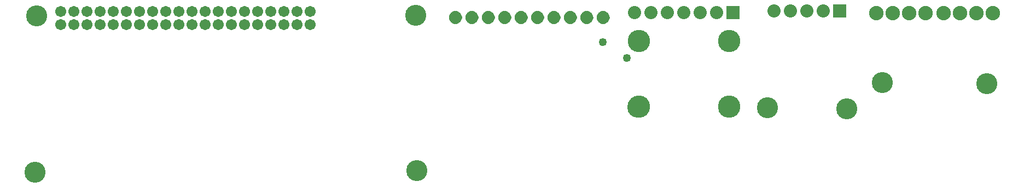
<source format=gts>
G04 MADE WITH FRITZING*
G04 WWW.FRITZING.ORG*
G04 DOUBLE SIDED*
G04 HOLES PLATED*
G04 CONTOUR ON CENTER OF CONTOUR VECTOR*
%ASAXBY*%
%FSLAX23Y23*%
%MOIN*%
%OFA0B0*%
%SFA1.0B1.0*%
%ADD10C,0.067511*%
%ADD11C,0.067533*%
%ADD12C,0.080000*%
%ADD13C,0.088000*%
%ADD14C,0.135984*%
%ADD15C,0.128110*%
%ADD16C,0.049370*%
%ADD17R,0.080000X0.080000*%
%ADD18R,0.001000X0.001000*%
%LNMASK1*%
G90*
G70*
G54D10*
X284Y1030D03*
X364Y1030D03*
X444Y1030D03*
X524Y1030D03*
G54D11*
X604Y1030D03*
G54D10*
X684Y1030D03*
X764Y1030D03*
X844Y1030D03*
X924Y1030D03*
G54D11*
X1004Y1030D03*
G54D10*
X1084Y1030D03*
G54D11*
X1164Y1030D03*
G54D10*
X1244Y1030D03*
X1324Y1030D03*
X1404Y1030D03*
X1484Y1030D03*
G54D11*
X1564Y1030D03*
G54D10*
X1644Y1030D03*
X1724Y1030D03*
X1804Y1030D03*
X1804Y1110D03*
X1724Y1110D03*
X1644Y1110D03*
G54D11*
X1564Y1110D03*
G54D10*
X1484Y1110D03*
X1404Y1110D03*
X1324Y1110D03*
X1244Y1110D03*
G54D11*
X1164Y1110D03*
G54D10*
X1084Y1110D03*
G54D11*
X1004Y1110D03*
G54D10*
X924Y1110D03*
X844Y1110D03*
X764Y1110D03*
X684Y1110D03*
G54D11*
X604Y1110D03*
G54D10*
X524Y1110D03*
X444Y1110D03*
X364Y1110D03*
X284Y1110D03*
G54D12*
X5030Y1115D03*
X4930Y1115D03*
X4830Y1115D03*
X4730Y1115D03*
X4630Y1115D03*
G54D13*
X5962Y1101D03*
X5862Y1101D03*
X5762Y1101D03*
X5662Y1101D03*
X5962Y1101D03*
X5862Y1101D03*
X5762Y1101D03*
X5662Y1101D03*
X5253Y1102D03*
X5353Y1102D03*
X5453Y1102D03*
X5553Y1102D03*
G54D14*
X3805Y930D03*
G54D12*
X4380Y1105D03*
X4280Y1105D03*
X4180Y1105D03*
X4080Y1105D03*
X3980Y1105D03*
X3880Y1105D03*
X3780Y1105D03*
G54D14*
X3805Y530D03*
X4355Y530D03*
X4355Y930D03*
G54D15*
X4590Y523D03*
X5074Y519D03*
X3801Y528D03*
X4354Y528D03*
X3806Y933D03*
X4359Y932D03*
X5291Y676D03*
X5928Y670D03*
X2452Y142D03*
X2447Y1089D03*
X135Y1083D03*
X126Y132D03*
G54D16*
X3732Y828D03*
X3588Y924D03*
G54D17*
X5030Y1115D03*
X4380Y1105D03*
G54D18*
X2682Y1113D02*
X2696Y1113D01*
X2782Y1113D02*
X2796Y1113D01*
X2881Y1113D02*
X2896Y1113D01*
X2981Y1113D02*
X2996Y1113D01*
X3081Y1113D02*
X3096Y1113D01*
X3181Y1113D02*
X3196Y1113D01*
X3281Y1113D02*
X3296Y1113D01*
X3381Y1113D02*
X3396Y1113D01*
X3481Y1113D02*
X3496Y1113D01*
X3581Y1113D02*
X3596Y1113D01*
X2678Y1112D02*
X2699Y1112D01*
X2778Y1112D02*
X2799Y1112D01*
X2878Y1112D02*
X2899Y1112D01*
X2978Y1112D02*
X2999Y1112D01*
X3078Y1112D02*
X3099Y1112D01*
X3178Y1112D02*
X3199Y1112D01*
X3278Y1112D02*
X3299Y1112D01*
X3378Y1112D02*
X3399Y1112D01*
X3478Y1112D02*
X3499Y1112D01*
X3578Y1112D02*
X3599Y1112D01*
X2676Y1111D02*
X2702Y1111D01*
X2776Y1111D02*
X2802Y1111D01*
X2876Y1111D02*
X2901Y1111D01*
X2976Y1111D02*
X3001Y1111D01*
X3076Y1111D02*
X3101Y1111D01*
X3176Y1111D02*
X3201Y1111D01*
X3276Y1111D02*
X3301Y1111D01*
X3376Y1111D02*
X3401Y1111D01*
X3476Y1111D02*
X3501Y1111D01*
X3576Y1111D02*
X3601Y1111D01*
X2673Y1110D02*
X2704Y1110D01*
X2773Y1110D02*
X2804Y1110D01*
X2873Y1110D02*
X2904Y1110D01*
X2973Y1110D02*
X3004Y1110D01*
X3073Y1110D02*
X3104Y1110D01*
X3173Y1110D02*
X3204Y1110D01*
X3273Y1110D02*
X3304Y1110D01*
X3373Y1110D02*
X3404Y1110D01*
X3473Y1110D02*
X3504Y1110D01*
X3573Y1110D02*
X3604Y1110D01*
X2672Y1109D02*
X2706Y1109D01*
X2771Y1109D02*
X2806Y1109D01*
X2871Y1109D02*
X2906Y1109D01*
X2971Y1109D02*
X3006Y1109D01*
X3071Y1109D02*
X3106Y1109D01*
X3171Y1109D02*
X3206Y1109D01*
X3271Y1109D02*
X3306Y1109D01*
X3371Y1109D02*
X3406Y1109D01*
X3471Y1109D02*
X3506Y1109D01*
X3571Y1109D02*
X3606Y1109D01*
X2670Y1108D02*
X2707Y1108D01*
X2770Y1108D02*
X2807Y1108D01*
X2870Y1108D02*
X2907Y1108D01*
X2970Y1108D02*
X3007Y1108D01*
X3070Y1108D02*
X3107Y1108D01*
X3170Y1108D02*
X3207Y1108D01*
X3270Y1108D02*
X3307Y1108D01*
X3370Y1108D02*
X3407Y1108D01*
X3470Y1108D02*
X3507Y1108D01*
X3570Y1108D02*
X3607Y1108D01*
X2668Y1107D02*
X2709Y1107D01*
X2768Y1107D02*
X2809Y1107D01*
X2868Y1107D02*
X2909Y1107D01*
X2968Y1107D02*
X3009Y1107D01*
X3068Y1107D02*
X3109Y1107D01*
X3168Y1107D02*
X3209Y1107D01*
X3268Y1107D02*
X3309Y1107D01*
X3368Y1107D02*
X3409Y1107D01*
X3468Y1107D02*
X3509Y1107D01*
X3568Y1107D02*
X3609Y1107D01*
X2667Y1106D02*
X2710Y1106D01*
X2767Y1106D02*
X2810Y1106D01*
X2867Y1106D02*
X2910Y1106D01*
X2967Y1106D02*
X3010Y1106D01*
X3067Y1106D02*
X3110Y1106D01*
X3167Y1106D02*
X3210Y1106D01*
X3267Y1106D02*
X3310Y1106D01*
X3367Y1106D02*
X3410Y1106D01*
X3467Y1106D02*
X3510Y1106D01*
X3567Y1106D02*
X3610Y1106D01*
X2666Y1105D02*
X2712Y1105D01*
X2766Y1105D02*
X2812Y1105D01*
X2866Y1105D02*
X2911Y1105D01*
X2966Y1105D02*
X3011Y1105D01*
X3066Y1105D02*
X3111Y1105D01*
X3166Y1105D02*
X3211Y1105D01*
X3266Y1105D02*
X3311Y1105D01*
X3366Y1105D02*
X3411Y1105D01*
X3466Y1105D02*
X3511Y1105D01*
X3565Y1105D02*
X3611Y1105D01*
X2664Y1104D02*
X2713Y1104D01*
X2764Y1104D02*
X2813Y1104D01*
X2864Y1104D02*
X2913Y1104D01*
X2964Y1104D02*
X3013Y1104D01*
X3064Y1104D02*
X3113Y1104D01*
X3164Y1104D02*
X3213Y1104D01*
X3264Y1104D02*
X3313Y1104D01*
X3364Y1104D02*
X3413Y1104D01*
X3464Y1104D02*
X3513Y1104D01*
X3564Y1104D02*
X3613Y1104D01*
X2663Y1103D02*
X2714Y1103D01*
X2763Y1103D02*
X2814Y1103D01*
X2863Y1103D02*
X2914Y1103D01*
X2963Y1103D02*
X3014Y1103D01*
X3063Y1103D02*
X3114Y1103D01*
X3163Y1103D02*
X3214Y1103D01*
X3263Y1103D02*
X3314Y1103D01*
X3363Y1103D02*
X3414Y1103D01*
X3463Y1103D02*
X3514Y1103D01*
X3563Y1103D02*
X3614Y1103D01*
X2662Y1102D02*
X2715Y1102D01*
X2762Y1102D02*
X2815Y1102D01*
X2862Y1102D02*
X2915Y1102D01*
X2962Y1102D02*
X3015Y1102D01*
X3062Y1102D02*
X3115Y1102D01*
X3162Y1102D02*
X3215Y1102D01*
X3262Y1102D02*
X3315Y1102D01*
X3362Y1102D02*
X3415Y1102D01*
X3462Y1102D02*
X3515Y1102D01*
X3562Y1102D02*
X3615Y1102D01*
X2661Y1101D02*
X2716Y1101D01*
X2761Y1101D02*
X2816Y1101D01*
X2861Y1101D02*
X2916Y1101D01*
X2961Y1101D02*
X3016Y1101D01*
X3061Y1101D02*
X3116Y1101D01*
X3161Y1101D02*
X3216Y1101D01*
X3261Y1101D02*
X3316Y1101D01*
X3361Y1101D02*
X3416Y1101D01*
X3461Y1101D02*
X3516Y1101D01*
X3561Y1101D02*
X3616Y1101D01*
X2660Y1100D02*
X2717Y1100D01*
X2760Y1100D02*
X2817Y1100D01*
X2860Y1100D02*
X2917Y1100D01*
X2960Y1100D02*
X3017Y1100D01*
X3060Y1100D02*
X3117Y1100D01*
X3160Y1100D02*
X3217Y1100D01*
X3260Y1100D02*
X3317Y1100D01*
X3360Y1100D02*
X3417Y1100D01*
X3460Y1100D02*
X3517Y1100D01*
X3560Y1100D02*
X3617Y1100D01*
X2659Y1099D02*
X2718Y1099D01*
X2759Y1099D02*
X2818Y1099D01*
X2859Y1099D02*
X2918Y1099D01*
X2959Y1099D02*
X3018Y1099D01*
X3059Y1099D02*
X3118Y1099D01*
X3159Y1099D02*
X3218Y1099D01*
X3259Y1099D02*
X3318Y1099D01*
X3359Y1099D02*
X3418Y1099D01*
X3459Y1099D02*
X3518Y1099D01*
X3559Y1099D02*
X3618Y1099D01*
X2658Y1098D02*
X2719Y1098D01*
X2758Y1098D02*
X2819Y1098D01*
X2858Y1098D02*
X2919Y1098D01*
X2958Y1098D02*
X3019Y1098D01*
X3058Y1098D02*
X3119Y1098D01*
X3158Y1098D02*
X3219Y1098D01*
X3258Y1098D02*
X3319Y1098D01*
X3358Y1098D02*
X3419Y1098D01*
X3458Y1098D02*
X3519Y1098D01*
X3558Y1098D02*
X3619Y1098D01*
X2658Y1097D02*
X2719Y1097D01*
X2758Y1097D02*
X2819Y1097D01*
X2858Y1097D02*
X2919Y1097D01*
X2958Y1097D02*
X3019Y1097D01*
X3058Y1097D02*
X3119Y1097D01*
X3158Y1097D02*
X3219Y1097D01*
X3258Y1097D02*
X3319Y1097D01*
X3358Y1097D02*
X3419Y1097D01*
X3458Y1097D02*
X3519Y1097D01*
X3558Y1097D02*
X3619Y1097D01*
X2657Y1096D02*
X2720Y1096D01*
X2757Y1096D02*
X2820Y1096D01*
X2857Y1096D02*
X2920Y1096D01*
X2957Y1096D02*
X3020Y1096D01*
X3057Y1096D02*
X3120Y1096D01*
X3157Y1096D02*
X3220Y1096D01*
X3257Y1096D02*
X3320Y1096D01*
X3357Y1096D02*
X3420Y1096D01*
X3457Y1096D02*
X3520Y1096D01*
X3557Y1096D02*
X3620Y1096D01*
X2656Y1095D02*
X2721Y1095D01*
X2756Y1095D02*
X2821Y1095D01*
X2856Y1095D02*
X2921Y1095D01*
X2956Y1095D02*
X3021Y1095D01*
X3056Y1095D02*
X3121Y1095D01*
X3156Y1095D02*
X3221Y1095D01*
X3256Y1095D02*
X3321Y1095D01*
X3356Y1095D02*
X3421Y1095D01*
X3456Y1095D02*
X3521Y1095D01*
X3556Y1095D02*
X3621Y1095D01*
X2656Y1094D02*
X2722Y1094D01*
X2756Y1094D02*
X2822Y1094D01*
X2856Y1094D02*
X2922Y1094D01*
X2956Y1094D02*
X3022Y1094D01*
X3056Y1094D02*
X3122Y1094D01*
X3155Y1094D02*
X3222Y1094D01*
X3255Y1094D02*
X3322Y1094D01*
X3355Y1094D02*
X3421Y1094D01*
X3455Y1094D02*
X3521Y1094D01*
X3555Y1094D02*
X3621Y1094D01*
X2655Y1093D02*
X2722Y1093D01*
X2755Y1093D02*
X2822Y1093D01*
X2855Y1093D02*
X2922Y1093D01*
X2955Y1093D02*
X3022Y1093D01*
X3055Y1093D02*
X3122Y1093D01*
X3155Y1093D02*
X3222Y1093D01*
X3255Y1093D02*
X3322Y1093D01*
X3355Y1093D02*
X3422Y1093D01*
X3455Y1093D02*
X3522Y1093D01*
X3555Y1093D02*
X3622Y1093D01*
X2654Y1092D02*
X2723Y1092D01*
X2754Y1092D02*
X2823Y1092D01*
X2854Y1092D02*
X2923Y1092D01*
X2954Y1092D02*
X3023Y1092D01*
X3054Y1092D02*
X3123Y1092D01*
X3154Y1092D02*
X3223Y1092D01*
X3254Y1092D02*
X3323Y1092D01*
X3354Y1092D02*
X3423Y1092D01*
X3454Y1092D02*
X3523Y1092D01*
X3554Y1092D02*
X3623Y1092D01*
X2654Y1091D02*
X2723Y1091D01*
X2754Y1091D02*
X2823Y1091D01*
X2854Y1091D02*
X2923Y1091D01*
X2954Y1091D02*
X3023Y1091D01*
X3054Y1091D02*
X3123Y1091D01*
X3154Y1091D02*
X3223Y1091D01*
X3254Y1091D02*
X3323Y1091D01*
X3354Y1091D02*
X3423Y1091D01*
X3454Y1091D02*
X3523Y1091D01*
X3554Y1091D02*
X3623Y1091D01*
X2653Y1090D02*
X2724Y1090D01*
X2753Y1090D02*
X2824Y1090D01*
X2853Y1090D02*
X2924Y1090D01*
X2953Y1090D02*
X3024Y1090D01*
X3053Y1090D02*
X3124Y1090D01*
X3153Y1090D02*
X3224Y1090D01*
X3253Y1090D02*
X3324Y1090D01*
X3353Y1090D02*
X3424Y1090D01*
X3453Y1090D02*
X3524Y1090D01*
X3553Y1090D02*
X3624Y1090D01*
X2653Y1089D02*
X2724Y1089D01*
X2753Y1089D02*
X2824Y1089D01*
X2853Y1089D02*
X2924Y1089D01*
X2953Y1089D02*
X3024Y1089D01*
X3053Y1089D02*
X3124Y1089D01*
X3153Y1089D02*
X3224Y1089D01*
X3253Y1089D02*
X3324Y1089D01*
X3353Y1089D02*
X3424Y1089D01*
X3453Y1089D02*
X3524Y1089D01*
X3553Y1089D02*
X3624Y1089D01*
X2652Y1088D02*
X2725Y1088D01*
X2752Y1088D02*
X2825Y1088D01*
X2852Y1088D02*
X2925Y1088D01*
X2952Y1088D02*
X3025Y1088D01*
X3052Y1088D02*
X3125Y1088D01*
X3152Y1088D02*
X3225Y1088D01*
X3252Y1088D02*
X3325Y1088D01*
X3352Y1088D02*
X3425Y1088D01*
X3452Y1088D02*
X3525Y1088D01*
X3552Y1088D02*
X3625Y1088D01*
X2652Y1087D02*
X2725Y1087D01*
X2752Y1087D02*
X2825Y1087D01*
X2852Y1087D02*
X2925Y1087D01*
X2952Y1087D02*
X3025Y1087D01*
X3052Y1087D02*
X3125Y1087D01*
X3152Y1087D02*
X3225Y1087D01*
X3252Y1087D02*
X3325Y1087D01*
X3352Y1087D02*
X3425Y1087D01*
X3452Y1087D02*
X3525Y1087D01*
X3552Y1087D02*
X3625Y1087D01*
X2651Y1086D02*
X2726Y1086D01*
X2751Y1086D02*
X2826Y1086D01*
X2851Y1086D02*
X2926Y1086D01*
X2951Y1086D02*
X3026Y1086D01*
X3051Y1086D02*
X3126Y1086D01*
X3151Y1086D02*
X3226Y1086D01*
X3251Y1086D02*
X3326Y1086D01*
X3351Y1086D02*
X3426Y1086D01*
X3451Y1086D02*
X3526Y1086D01*
X3551Y1086D02*
X3626Y1086D01*
X2651Y1085D02*
X2726Y1085D01*
X2751Y1085D02*
X2826Y1085D01*
X2851Y1085D02*
X2926Y1085D01*
X2951Y1085D02*
X3026Y1085D01*
X3051Y1085D02*
X3126Y1085D01*
X3151Y1085D02*
X3226Y1085D01*
X3251Y1085D02*
X3326Y1085D01*
X3351Y1085D02*
X3426Y1085D01*
X3451Y1085D02*
X3526Y1085D01*
X3551Y1085D02*
X3626Y1085D01*
X2651Y1084D02*
X2726Y1084D01*
X2751Y1084D02*
X2826Y1084D01*
X2851Y1084D02*
X2926Y1084D01*
X2951Y1084D02*
X3026Y1084D01*
X3051Y1084D02*
X3126Y1084D01*
X3151Y1084D02*
X3226Y1084D01*
X3251Y1084D02*
X3326Y1084D01*
X3351Y1084D02*
X3426Y1084D01*
X3451Y1084D02*
X3526Y1084D01*
X3551Y1084D02*
X3626Y1084D01*
X2650Y1083D02*
X2727Y1083D01*
X2750Y1083D02*
X2827Y1083D01*
X2850Y1083D02*
X2927Y1083D01*
X2950Y1083D02*
X3027Y1083D01*
X3050Y1083D02*
X3127Y1083D01*
X3150Y1083D02*
X3227Y1083D01*
X3250Y1083D02*
X3327Y1083D01*
X3350Y1083D02*
X3427Y1083D01*
X3450Y1083D02*
X3527Y1083D01*
X3550Y1083D02*
X3627Y1083D01*
X2650Y1082D02*
X2727Y1082D01*
X2750Y1082D02*
X2827Y1082D01*
X2850Y1082D02*
X2927Y1082D01*
X2950Y1082D02*
X3027Y1082D01*
X3050Y1082D02*
X3127Y1082D01*
X3150Y1082D02*
X3227Y1082D01*
X3250Y1082D02*
X3327Y1082D01*
X3350Y1082D02*
X3427Y1082D01*
X3450Y1082D02*
X3527Y1082D01*
X3550Y1082D02*
X3627Y1082D01*
X2650Y1081D02*
X2727Y1081D01*
X2750Y1081D02*
X2827Y1081D01*
X2850Y1081D02*
X2927Y1081D01*
X2950Y1081D02*
X3027Y1081D01*
X3050Y1081D02*
X3127Y1081D01*
X3150Y1081D02*
X3227Y1081D01*
X3250Y1081D02*
X3327Y1081D01*
X3350Y1081D02*
X3427Y1081D01*
X3450Y1081D02*
X3527Y1081D01*
X3550Y1081D02*
X3627Y1081D01*
X2650Y1080D02*
X2727Y1080D01*
X2750Y1080D02*
X2827Y1080D01*
X2850Y1080D02*
X2927Y1080D01*
X2950Y1080D02*
X3027Y1080D01*
X3050Y1080D02*
X3127Y1080D01*
X3150Y1080D02*
X3227Y1080D01*
X3250Y1080D02*
X3327Y1080D01*
X3350Y1080D02*
X3427Y1080D01*
X3450Y1080D02*
X3527Y1080D01*
X3550Y1080D02*
X3627Y1080D01*
X2650Y1079D02*
X2728Y1079D01*
X2750Y1079D02*
X2828Y1079D01*
X2850Y1079D02*
X2928Y1079D01*
X2949Y1079D02*
X3028Y1079D01*
X3049Y1079D02*
X3128Y1079D01*
X3149Y1079D02*
X3228Y1079D01*
X3249Y1079D02*
X3328Y1079D01*
X3349Y1079D02*
X3428Y1079D01*
X3449Y1079D02*
X3527Y1079D01*
X3549Y1079D02*
X3627Y1079D01*
X2649Y1078D02*
X2728Y1078D01*
X2749Y1078D02*
X2828Y1078D01*
X2849Y1078D02*
X2928Y1078D01*
X2949Y1078D02*
X3028Y1078D01*
X3049Y1078D02*
X3128Y1078D01*
X3149Y1078D02*
X3228Y1078D01*
X3249Y1078D02*
X3328Y1078D01*
X3349Y1078D02*
X3428Y1078D01*
X3449Y1078D02*
X3528Y1078D01*
X3549Y1078D02*
X3628Y1078D01*
X2649Y1077D02*
X2728Y1077D01*
X2749Y1077D02*
X2828Y1077D01*
X2849Y1077D02*
X2928Y1077D01*
X2949Y1077D02*
X3028Y1077D01*
X3049Y1077D02*
X3128Y1077D01*
X3149Y1077D02*
X3228Y1077D01*
X3249Y1077D02*
X3328Y1077D01*
X3349Y1077D02*
X3428Y1077D01*
X3449Y1077D02*
X3528Y1077D01*
X3549Y1077D02*
X3628Y1077D01*
X2649Y1076D02*
X2728Y1076D01*
X2749Y1076D02*
X2828Y1076D01*
X2849Y1076D02*
X2928Y1076D01*
X2949Y1076D02*
X3028Y1076D01*
X3049Y1076D02*
X3128Y1076D01*
X3149Y1076D02*
X3228Y1076D01*
X3249Y1076D02*
X3328Y1076D01*
X3349Y1076D02*
X3428Y1076D01*
X3449Y1076D02*
X3528Y1076D01*
X3549Y1076D02*
X3628Y1076D01*
X2649Y1075D02*
X2728Y1075D01*
X2749Y1075D02*
X2828Y1075D01*
X2849Y1075D02*
X2928Y1075D01*
X2949Y1075D02*
X3028Y1075D01*
X3049Y1075D02*
X3128Y1075D01*
X3149Y1075D02*
X3228Y1075D01*
X3249Y1075D02*
X3328Y1075D01*
X3349Y1075D02*
X3428Y1075D01*
X3449Y1075D02*
X3528Y1075D01*
X3549Y1075D02*
X3628Y1075D01*
X2649Y1074D02*
X2728Y1074D01*
X2749Y1074D02*
X2828Y1074D01*
X2849Y1074D02*
X2928Y1074D01*
X2949Y1074D02*
X3028Y1074D01*
X3049Y1074D02*
X3128Y1074D01*
X3149Y1074D02*
X3228Y1074D01*
X3249Y1074D02*
X3328Y1074D01*
X3349Y1074D02*
X3428Y1074D01*
X3449Y1074D02*
X3528Y1074D01*
X3549Y1074D02*
X3628Y1074D01*
X2649Y1073D02*
X2728Y1073D01*
X2749Y1073D02*
X2828Y1073D01*
X2849Y1073D02*
X2928Y1073D01*
X2949Y1073D02*
X3028Y1073D01*
X3049Y1073D02*
X3128Y1073D01*
X3149Y1073D02*
X3228Y1073D01*
X3249Y1073D02*
X3328Y1073D01*
X3349Y1073D02*
X3428Y1073D01*
X3449Y1073D02*
X3528Y1073D01*
X3549Y1073D02*
X3628Y1073D01*
X2649Y1072D02*
X2728Y1072D01*
X2749Y1072D02*
X2828Y1072D01*
X2849Y1072D02*
X2928Y1072D01*
X2949Y1072D02*
X3028Y1072D01*
X3049Y1072D02*
X3128Y1072D01*
X3149Y1072D02*
X3228Y1072D01*
X3249Y1072D02*
X3328Y1072D01*
X3349Y1072D02*
X3428Y1072D01*
X3449Y1072D02*
X3528Y1072D01*
X3549Y1072D02*
X3628Y1072D01*
X2649Y1071D02*
X2728Y1071D01*
X2749Y1071D02*
X2828Y1071D01*
X2849Y1071D02*
X2928Y1071D01*
X2949Y1071D02*
X3028Y1071D01*
X3049Y1071D02*
X3128Y1071D01*
X3149Y1071D02*
X3228Y1071D01*
X3249Y1071D02*
X3328Y1071D01*
X3349Y1071D02*
X3428Y1071D01*
X3449Y1071D02*
X3528Y1071D01*
X3549Y1071D02*
X3628Y1071D01*
X2649Y1070D02*
X2728Y1070D01*
X2749Y1070D02*
X2828Y1070D01*
X2849Y1070D02*
X2928Y1070D01*
X2949Y1070D02*
X3028Y1070D01*
X3049Y1070D02*
X3128Y1070D01*
X3149Y1070D02*
X3228Y1070D01*
X3249Y1070D02*
X3328Y1070D01*
X3349Y1070D02*
X3428Y1070D01*
X3449Y1070D02*
X3528Y1070D01*
X3549Y1070D02*
X3628Y1070D01*
X2650Y1069D02*
X2728Y1069D01*
X2749Y1069D02*
X2828Y1069D01*
X2849Y1069D02*
X2928Y1069D01*
X2949Y1069D02*
X3028Y1069D01*
X3049Y1069D02*
X3128Y1069D01*
X3149Y1069D02*
X3228Y1069D01*
X3249Y1069D02*
X3328Y1069D01*
X3349Y1069D02*
X3428Y1069D01*
X3449Y1069D02*
X3528Y1069D01*
X3549Y1069D02*
X3628Y1069D01*
X2650Y1068D02*
X2727Y1068D01*
X2750Y1068D02*
X2827Y1068D01*
X2850Y1068D02*
X2927Y1068D01*
X2950Y1068D02*
X3027Y1068D01*
X3050Y1068D02*
X3127Y1068D01*
X3150Y1068D02*
X3227Y1068D01*
X3250Y1068D02*
X3327Y1068D01*
X3350Y1068D02*
X3427Y1068D01*
X3450Y1068D02*
X3527Y1068D01*
X3550Y1068D02*
X3627Y1068D01*
X2650Y1067D02*
X2727Y1067D01*
X2750Y1067D02*
X2827Y1067D01*
X2850Y1067D02*
X2927Y1067D01*
X2950Y1067D02*
X3027Y1067D01*
X3050Y1067D02*
X3127Y1067D01*
X3150Y1067D02*
X3227Y1067D01*
X3250Y1067D02*
X3327Y1067D01*
X3350Y1067D02*
X3427Y1067D01*
X3450Y1067D02*
X3527Y1067D01*
X3550Y1067D02*
X3627Y1067D01*
X2650Y1066D02*
X2727Y1066D01*
X2750Y1066D02*
X2827Y1066D01*
X2850Y1066D02*
X2927Y1066D01*
X2950Y1066D02*
X3027Y1066D01*
X3050Y1066D02*
X3127Y1066D01*
X3150Y1066D02*
X3227Y1066D01*
X3250Y1066D02*
X3327Y1066D01*
X3350Y1066D02*
X3427Y1066D01*
X3450Y1066D02*
X3527Y1066D01*
X3550Y1066D02*
X3627Y1066D01*
X2650Y1065D02*
X2727Y1065D01*
X2750Y1065D02*
X2827Y1065D01*
X2850Y1065D02*
X2927Y1065D01*
X2950Y1065D02*
X3027Y1065D01*
X3050Y1065D02*
X3127Y1065D01*
X3150Y1065D02*
X3227Y1065D01*
X3250Y1065D02*
X3327Y1065D01*
X3350Y1065D02*
X3427Y1065D01*
X3450Y1065D02*
X3527Y1065D01*
X3550Y1065D02*
X3627Y1065D01*
X2651Y1064D02*
X2726Y1064D01*
X2751Y1064D02*
X2826Y1064D01*
X2851Y1064D02*
X2926Y1064D01*
X2951Y1064D02*
X3026Y1064D01*
X3051Y1064D02*
X3126Y1064D01*
X3151Y1064D02*
X3226Y1064D01*
X3251Y1064D02*
X3326Y1064D01*
X3351Y1064D02*
X3426Y1064D01*
X3451Y1064D02*
X3526Y1064D01*
X3551Y1064D02*
X3626Y1064D01*
X2651Y1063D02*
X2726Y1063D01*
X2751Y1063D02*
X2826Y1063D01*
X2851Y1063D02*
X2926Y1063D01*
X2951Y1063D02*
X3026Y1063D01*
X3051Y1063D02*
X3126Y1063D01*
X3151Y1063D02*
X3226Y1063D01*
X3251Y1063D02*
X3326Y1063D01*
X3351Y1063D02*
X3426Y1063D01*
X3451Y1063D02*
X3526Y1063D01*
X3551Y1063D02*
X3626Y1063D01*
X2651Y1062D02*
X2726Y1062D01*
X2751Y1062D02*
X2826Y1062D01*
X2851Y1062D02*
X2926Y1062D01*
X2951Y1062D02*
X3026Y1062D01*
X3051Y1062D02*
X3126Y1062D01*
X3151Y1062D02*
X3226Y1062D01*
X3251Y1062D02*
X3326Y1062D01*
X3351Y1062D02*
X3426Y1062D01*
X3451Y1062D02*
X3526Y1062D01*
X3551Y1062D02*
X3626Y1062D01*
X2652Y1061D02*
X2725Y1061D01*
X2752Y1061D02*
X2825Y1061D01*
X2852Y1061D02*
X2925Y1061D01*
X2952Y1061D02*
X3025Y1061D01*
X3052Y1061D02*
X3125Y1061D01*
X3152Y1061D02*
X3225Y1061D01*
X3252Y1061D02*
X3325Y1061D01*
X3352Y1061D02*
X3425Y1061D01*
X3452Y1061D02*
X3525Y1061D01*
X3552Y1061D02*
X3625Y1061D01*
X2652Y1060D02*
X2725Y1060D01*
X2752Y1060D02*
X2825Y1060D01*
X2852Y1060D02*
X2925Y1060D01*
X2952Y1060D02*
X3025Y1060D01*
X3052Y1060D02*
X3125Y1060D01*
X3152Y1060D02*
X3225Y1060D01*
X3252Y1060D02*
X3325Y1060D01*
X3352Y1060D02*
X3425Y1060D01*
X3452Y1060D02*
X3525Y1060D01*
X3552Y1060D02*
X3625Y1060D01*
X2653Y1059D02*
X2724Y1059D01*
X2753Y1059D02*
X2824Y1059D01*
X2853Y1059D02*
X2924Y1059D01*
X2953Y1059D02*
X3024Y1059D01*
X3053Y1059D02*
X3124Y1059D01*
X3153Y1059D02*
X3224Y1059D01*
X3253Y1059D02*
X3324Y1059D01*
X3353Y1059D02*
X3424Y1059D01*
X3453Y1059D02*
X3524Y1059D01*
X3553Y1059D02*
X3624Y1059D01*
X2653Y1058D02*
X2724Y1058D01*
X2753Y1058D02*
X2824Y1058D01*
X2853Y1058D02*
X2924Y1058D01*
X2953Y1058D02*
X3024Y1058D01*
X3053Y1058D02*
X3124Y1058D01*
X3153Y1058D02*
X3224Y1058D01*
X3253Y1058D02*
X3324Y1058D01*
X3353Y1058D02*
X3424Y1058D01*
X3453Y1058D02*
X3524Y1058D01*
X3553Y1058D02*
X3624Y1058D01*
X2654Y1057D02*
X2723Y1057D01*
X2754Y1057D02*
X2823Y1057D01*
X2854Y1057D02*
X2923Y1057D01*
X2954Y1057D02*
X3023Y1057D01*
X3054Y1057D02*
X3123Y1057D01*
X3154Y1057D02*
X3223Y1057D01*
X3254Y1057D02*
X3323Y1057D01*
X3354Y1057D02*
X3423Y1057D01*
X3454Y1057D02*
X3523Y1057D01*
X3554Y1057D02*
X3623Y1057D01*
X2654Y1056D02*
X2723Y1056D01*
X2754Y1056D02*
X2823Y1056D01*
X2854Y1056D02*
X2923Y1056D01*
X2954Y1056D02*
X3023Y1056D01*
X3054Y1056D02*
X3123Y1056D01*
X3154Y1056D02*
X3223Y1056D01*
X3254Y1056D02*
X3323Y1056D01*
X3354Y1056D02*
X3423Y1056D01*
X3454Y1056D02*
X3523Y1056D01*
X3554Y1056D02*
X3623Y1056D01*
X2655Y1055D02*
X2722Y1055D01*
X2755Y1055D02*
X2822Y1055D01*
X2855Y1055D02*
X2922Y1055D01*
X2955Y1055D02*
X3022Y1055D01*
X3055Y1055D02*
X3122Y1055D01*
X3155Y1055D02*
X3222Y1055D01*
X3255Y1055D02*
X3322Y1055D01*
X3355Y1055D02*
X3422Y1055D01*
X3455Y1055D02*
X3522Y1055D01*
X3555Y1055D02*
X3622Y1055D01*
X2655Y1054D02*
X2722Y1054D01*
X2755Y1054D02*
X2822Y1054D01*
X2855Y1054D02*
X2922Y1054D01*
X2955Y1054D02*
X3022Y1054D01*
X3055Y1054D02*
X3122Y1054D01*
X3155Y1054D02*
X3222Y1054D01*
X3255Y1054D02*
X3322Y1054D01*
X3355Y1054D02*
X3422Y1054D01*
X3455Y1054D02*
X3522Y1054D01*
X3555Y1054D02*
X3622Y1054D01*
X2656Y1053D02*
X2721Y1053D01*
X2756Y1053D02*
X2821Y1053D01*
X2856Y1053D02*
X2921Y1053D01*
X2956Y1053D02*
X3021Y1053D01*
X3056Y1053D02*
X3121Y1053D01*
X3156Y1053D02*
X3221Y1053D01*
X3256Y1053D02*
X3321Y1053D01*
X3356Y1053D02*
X3421Y1053D01*
X3456Y1053D02*
X3521Y1053D01*
X3556Y1053D02*
X3621Y1053D01*
X2657Y1052D02*
X2720Y1052D01*
X2757Y1052D02*
X2820Y1052D01*
X2857Y1052D02*
X2920Y1052D01*
X2957Y1052D02*
X3020Y1052D01*
X3057Y1052D02*
X3120Y1052D01*
X3157Y1052D02*
X3220Y1052D01*
X3257Y1052D02*
X3320Y1052D01*
X3357Y1052D02*
X3420Y1052D01*
X3457Y1052D02*
X3520Y1052D01*
X3557Y1052D02*
X3620Y1052D01*
X2658Y1051D02*
X2720Y1051D01*
X2758Y1051D02*
X2820Y1051D01*
X2858Y1051D02*
X2919Y1051D01*
X2958Y1051D02*
X3019Y1051D01*
X3058Y1051D02*
X3119Y1051D01*
X3158Y1051D02*
X3219Y1051D01*
X3258Y1051D02*
X3319Y1051D01*
X3358Y1051D02*
X3419Y1051D01*
X3458Y1051D02*
X3519Y1051D01*
X3558Y1051D02*
X3619Y1051D01*
X2658Y1050D02*
X2719Y1050D01*
X2758Y1050D02*
X2819Y1050D01*
X2858Y1050D02*
X2919Y1050D01*
X2958Y1050D02*
X3019Y1050D01*
X3058Y1050D02*
X3119Y1050D01*
X3158Y1050D02*
X3219Y1050D01*
X3258Y1050D02*
X3319Y1050D01*
X3358Y1050D02*
X3419Y1050D01*
X3458Y1050D02*
X3519Y1050D01*
X3558Y1050D02*
X3619Y1050D01*
X2659Y1049D02*
X2718Y1049D01*
X2759Y1049D02*
X2818Y1049D01*
X2859Y1049D02*
X2918Y1049D01*
X2959Y1049D02*
X3018Y1049D01*
X3059Y1049D02*
X3118Y1049D01*
X3159Y1049D02*
X3218Y1049D01*
X3259Y1049D02*
X3318Y1049D01*
X3359Y1049D02*
X3418Y1049D01*
X3459Y1049D02*
X3518Y1049D01*
X3559Y1049D02*
X3618Y1049D01*
X2660Y1048D02*
X2717Y1048D01*
X2760Y1048D02*
X2817Y1048D01*
X2860Y1048D02*
X2917Y1048D01*
X2960Y1048D02*
X3017Y1048D01*
X3060Y1048D02*
X3117Y1048D01*
X3160Y1048D02*
X3217Y1048D01*
X3260Y1048D02*
X3317Y1048D01*
X3360Y1048D02*
X3417Y1048D01*
X3460Y1048D02*
X3517Y1048D01*
X3560Y1048D02*
X3617Y1048D01*
X2661Y1047D02*
X2716Y1047D01*
X2761Y1047D02*
X2816Y1047D01*
X2861Y1047D02*
X2916Y1047D01*
X2961Y1047D02*
X3016Y1047D01*
X3061Y1047D02*
X3116Y1047D01*
X3161Y1047D02*
X3216Y1047D01*
X3261Y1047D02*
X3316Y1047D01*
X3361Y1047D02*
X3416Y1047D01*
X3461Y1047D02*
X3516Y1047D01*
X3561Y1047D02*
X3616Y1047D01*
X2662Y1046D02*
X2715Y1046D01*
X2762Y1046D02*
X2815Y1046D01*
X2862Y1046D02*
X2915Y1046D01*
X2962Y1046D02*
X3015Y1046D01*
X3062Y1046D02*
X3115Y1046D01*
X3162Y1046D02*
X3215Y1046D01*
X3262Y1046D02*
X3315Y1046D01*
X3362Y1046D02*
X3415Y1046D01*
X3462Y1046D02*
X3515Y1046D01*
X3562Y1046D02*
X3615Y1046D01*
X2663Y1045D02*
X2714Y1045D01*
X2763Y1045D02*
X2814Y1045D01*
X2863Y1045D02*
X2914Y1045D01*
X2963Y1045D02*
X3014Y1045D01*
X3063Y1045D02*
X3114Y1045D01*
X3163Y1045D02*
X3214Y1045D01*
X3263Y1045D02*
X3314Y1045D01*
X3363Y1045D02*
X3414Y1045D01*
X3463Y1045D02*
X3514Y1045D01*
X3563Y1045D02*
X3614Y1045D01*
X2664Y1044D02*
X2713Y1044D01*
X2764Y1044D02*
X2813Y1044D01*
X2864Y1044D02*
X2913Y1044D01*
X2964Y1044D02*
X3013Y1044D01*
X3064Y1044D02*
X3113Y1044D01*
X3164Y1044D02*
X3213Y1044D01*
X3264Y1044D02*
X3313Y1044D01*
X3364Y1044D02*
X3413Y1044D01*
X3464Y1044D02*
X3513Y1044D01*
X3564Y1044D02*
X3613Y1044D01*
X2665Y1043D02*
X2712Y1043D01*
X2765Y1043D02*
X2812Y1043D01*
X2865Y1043D02*
X2912Y1043D01*
X2965Y1043D02*
X3012Y1043D01*
X3065Y1043D02*
X3112Y1043D01*
X3165Y1043D02*
X3212Y1043D01*
X3265Y1043D02*
X3312Y1043D01*
X3365Y1043D02*
X3412Y1043D01*
X3465Y1043D02*
X3512Y1043D01*
X3565Y1043D02*
X3612Y1043D01*
X2667Y1042D02*
X2710Y1042D01*
X2767Y1042D02*
X2810Y1042D01*
X2867Y1042D02*
X2910Y1042D01*
X2967Y1042D02*
X3010Y1042D01*
X3067Y1042D02*
X3110Y1042D01*
X3167Y1042D02*
X3210Y1042D01*
X3267Y1042D02*
X3310Y1042D01*
X3367Y1042D02*
X3410Y1042D01*
X3467Y1042D02*
X3510Y1042D01*
X3567Y1042D02*
X3610Y1042D01*
X2668Y1041D02*
X2709Y1041D01*
X2768Y1041D02*
X2809Y1041D01*
X2868Y1041D02*
X2909Y1041D01*
X2968Y1041D02*
X3009Y1041D01*
X3068Y1041D02*
X3109Y1041D01*
X3168Y1041D02*
X3209Y1041D01*
X3268Y1041D02*
X3309Y1041D01*
X3368Y1041D02*
X3409Y1041D01*
X3468Y1041D02*
X3509Y1041D01*
X3568Y1041D02*
X3609Y1041D01*
X2670Y1040D02*
X2707Y1040D01*
X2770Y1040D02*
X2807Y1040D01*
X2870Y1040D02*
X2907Y1040D01*
X2970Y1040D02*
X3007Y1040D01*
X3070Y1040D02*
X3107Y1040D01*
X3170Y1040D02*
X3207Y1040D01*
X3270Y1040D02*
X3307Y1040D01*
X3370Y1040D02*
X3407Y1040D01*
X3470Y1040D02*
X3507Y1040D01*
X3570Y1040D02*
X3607Y1040D01*
X2671Y1039D02*
X2706Y1039D01*
X2771Y1039D02*
X2806Y1039D01*
X2871Y1039D02*
X2906Y1039D01*
X2971Y1039D02*
X3006Y1039D01*
X3071Y1039D02*
X3106Y1039D01*
X3171Y1039D02*
X3206Y1039D01*
X3271Y1039D02*
X3306Y1039D01*
X3371Y1039D02*
X3406Y1039D01*
X3471Y1039D02*
X3506Y1039D01*
X3571Y1039D02*
X3606Y1039D01*
X2673Y1038D02*
X2704Y1038D01*
X2773Y1038D02*
X2804Y1038D01*
X2873Y1038D02*
X2904Y1038D01*
X2973Y1038D02*
X3004Y1038D01*
X3073Y1038D02*
X3104Y1038D01*
X3173Y1038D02*
X3204Y1038D01*
X3273Y1038D02*
X3304Y1038D01*
X3373Y1038D02*
X3404Y1038D01*
X3473Y1038D02*
X3504Y1038D01*
X3573Y1038D02*
X3604Y1038D01*
X2675Y1037D02*
X2702Y1037D01*
X2775Y1037D02*
X2802Y1037D01*
X2875Y1037D02*
X2902Y1037D01*
X2975Y1037D02*
X3002Y1037D01*
X3075Y1037D02*
X3102Y1037D01*
X3175Y1037D02*
X3202Y1037D01*
X3275Y1037D02*
X3302Y1037D01*
X3375Y1037D02*
X3402Y1037D01*
X3475Y1037D02*
X3502Y1037D01*
X3575Y1037D02*
X3602Y1037D01*
X2678Y1036D02*
X2699Y1036D01*
X2778Y1036D02*
X2799Y1036D01*
X2878Y1036D02*
X2899Y1036D01*
X2978Y1036D02*
X2999Y1036D01*
X3078Y1036D02*
X3099Y1036D01*
X3178Y1036D02*
X3199Y1036D01*
X3278Y1036D02*
X3299Y1036D01*
X3378Y1036D02*
X3399Y1036D01*
X3478Y1036D02*
X3499Y1036D01*
X3578Y1036D02*
X3599Y1036D01*
X2681Y1035D02*
X2696Y1035D01*
X2781Y1035D02*
X2796Y1035D01*
X2881Y1035D02*
X2896Y1035D01*
X2981Y1035D02*
X2996Y1035D01*
X3081Y1035D02*
X3096Y1035D01*
X3181Y1035D02*
X3196Y1035D01*
X3281Y1035D02*
X3296Y1035D01*
X3381Y1035D02*
X3396Y1035D01*
X3481Y1035D02*
X3496Y1035D01*
X3581Y1035D02*
X3596Y1035D01*
X2688Y1034D02*
X2689Y1034D01*
X2788Y1034D02*
X2789Y1034D01*
X2888Y1034D02*
X2889Y1034D01*
X2988Y1034D02*
X2989Y1034D01*
X3088Y1034D02*
X3089Y1034D01*
X3188Y1034D02*
X3189Y1034D01*
X3288Y1034D02*
X3289Y1034D01*
X3388Y1034D02*
X3389Y1034D01*
X3488Y1034D02*
X3489Y1034D01*
X3588Y1034D02*
X3589Y1034D01*
D02*
G04 End of Mask1*
M02*
</source>
